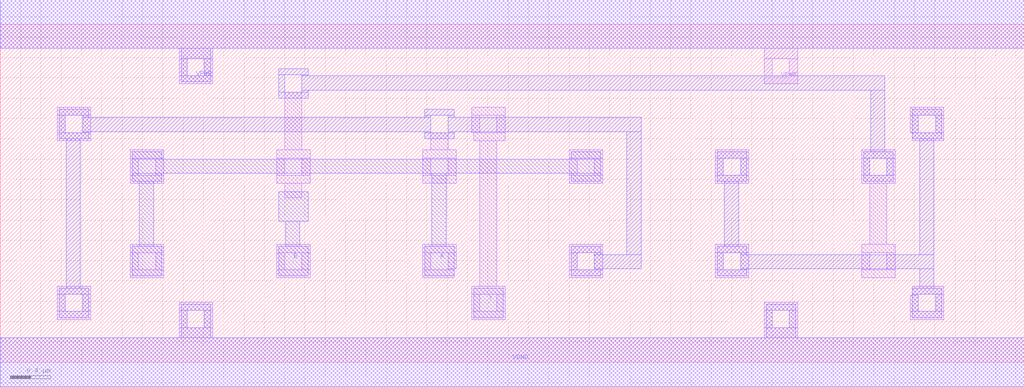
<source format=lef>
VERSION 5.7 ;
  NOWIREEXTENSIONATPIN ON ;
  DIVIDERCHAR "/" ;
  BUSBITCHARS "[]" ;
MACRO XOR2X1
  CLASS CORE ;
  FOREIGN XOR2X1 ;
  ORIGIN 0.000 0.000 ;
  SIZE 10.080 BY 3.330 ;
  SYMMETRY X Y R90 ;
  SITE unit ;
  PIN VPWR
    DIRECTION INOUT ;
    USE POWER ;
    SHAPE ABUTMENT ;
    PORT
      LAYER met1 ;
        RECT 0.000 3.090 10.080 3.570 ;
        RECT 1.780 2.990 2.070 3.090 ;
        RECT 1.780 2.820 1.840 2.990 ;
        RECT 2.010 2.820 2.070 2.990 ;
        RECT 1.780 2.760 2.070 2.820 ;
    END
    PORT
      LAYER li1 ;
        RECT 0.000 3.090 10.080 3.570 ;
        RECT 1.760 2.990 2.090 3.090 ;
        RECT 1.760 2.820 1.840 2.990 ;
        RECT 2.010 2.820 2.090 2.990 ;
        RECT 1.760 2.740 2.090 2.820 ;
        RECT 7.520 2.990 7.850 3.090 ;
        RECT 7.520 2.820 7.600 2.990 ;
        RECT 7.770 2.820 7.850 2.990 ;
        RECT 7.520 2.740 7.850 2.820 ;
    END
  END VPWR
  PIN VGND
    DIRECTION INOUT ;
    USE GROUND ;
    SHAPE ABUTMENT ;
    PORT
      LAYER met1 ;
        RECT 1.780 0.510 2.070 0.570 ;
        RECT 1.780 0.340 1.840 0.510 ;
        RECT 2.010 0.340 2.070 0.510 ;
        RECT 1.780 0.240 2.070 0.340 ;
        RECT 7.540 0.510 7.830 0.570 ;
        RECT 7.540 0.340 7.600 0.510 ;
        RECT 7.770 0.340 7.830 0.510 ;
        RECT 7.540 0.240 7.830 0.340 ;
        RECT 0.000 -0.240 10.080 0.240 ;
    END
    PORT
      LAYER li1 ;
        RECT 1.760 0.510 2.090 0.590 ;
        RECT 1.760 0.340 1.840 0.510 ;
        RECT 2.010 0.340 2.090 0.510 ;
        RECT 1.760 0.240 2.090 0.340 ;
        RECT 7.520 0.510 7.850 0.590 ;
        RECT 7.520 0.340 7.600 0.510 ;
        RECT 7.770 0.340 7.850 0.510 ;
        RECT 7.520 0.240 7.850 0.340 ;
        RECT 0.000 -0.240 10.080 0.240 ;
    END
  END VGND
  PIN Y
    DIRECTION INOUT ;
    USE SIGNAL ;
    SHAPE ABUTMENT ;
    PORT
      LAYER met1 ;
        RECT 4.660 0.440 4.950 0.730 ;
    END
  END Y
  PIN A
    DIRECTION INOUT ;
    USE SIGNAL ;
    SHAPE ABUTMENT ;
    PORT
      LAYER met1 ;
        RECT 1.300 2.000 1.590 2.070 ;
        RECT 5.620 2.000 5.910 2.070 ;
        RECT 1.300 1.860 5.910 2.000 ;
        RECT 1.300 1.780 1.590 1.860 ;
        RECT 1.370 1.140 1.510 1.780 ;
        RECT 4.250 1.140 4.390 1.860 ;
        RECT 5.620 1.780 5.910 1.860 ;
        RECT 1.300 0.850 1.590 1.140 ;
        RECT 4.180 0.850 4.470 1.140 ;
    END
  END A
  PIN B
    DIRECTION INOUT ;
    USE SIGNAL ;
    SHAPE ABUTMENT ;
    PORT
      LAYER met1 ;
        RECT 2.740 1.390 3.030 1.680 ;
        RECT 2.810 1.140 2.950 1.390 ;
        RECT 2.740 0.850 3.030 1.140 ;
    END
  END B
  OBS
      LAYER li1 ;
        RECT 0.560 2.430 0.890 2.510 ;
        RECT 0.560 2.260 0.640 2.430 ;
        RECT 0.810 2.260 0.890 2.430 ;
        RECT 0.560 2.180 0.890 2.260 ;
        RECT 2.800 2.090 2.970 2.660 ;
        RECT 4.640 2.430 4.970 2.510 ;
        RECT 4.640 2.260 4.720 2.430 ;
        RECT 4.890 2.260 4.970 2.430 ;
        RECT 8.960 2.430 9.290 2.510 ;
        RECT 8.960 2.260 9.040 2.430 ;
        RECT 9.210 2.260 9.290 2.430 ;
        RECT 4.240 2.090 4.410 2.260 ;
        RECT 4.660 2.180 4.970 2.260 ;
        RECT 8.980 2.180 9.290 2.260 ;
        RECT 1.280 2.010 1.610 2.090 ;
        RECT 1.280 1.840 1.360 2.010 ;
        RECT 1.530 1.840 1.610 2.010 ;
        RECT 1.280 1.760 1.610 1.840 ;
        RECT 2.720 2.010 3.050 2.090 ;
        RECT 2.720 1.840 2.800 2.010 ;
        RECT 2.970 1.840 3.050 2.010 ;
        RECT 2.720 1.760 3.050 1.840 ;
        RECT 4.160 2.010 4.490 2.090 ;
        RECT 4.160 1.840 4.240 2.010 ;
        RECT 4.410 1.840 4.490 2.010 ;
        RECT 4.160 1.760 4.490 1.840 ;
        RECT 2.800 1.620 2.970 1.760 ;
        RECT 1.280 1.080 1.610 1.160 ;
        RECT 1.280 0.910 1.360 1.080 ;
        RECT 1.530 0.910 1.610 1.080 ;
        RECT 1.280 0.830 1.610 0.910 ;
        RECT 2.720 1.080 3.050 1.160 ;
        RECT 2.720 0.910 2.800 1.080 ;
        RECT 2.970 0.910 3.050 1.080 ;
        RECT 2.720 0.830 3.050 0.910 ;
        RECT 4.160 1.080 4.490 1.160 ;
        RECT 4.160 0.910 4.240 1.080 ;
        RECT 4.410 0.920 4.490 1.080 ;
        RECT 4.410 0.910 4.470 0.920 ;
        RECT 4.160 0.830 4.470 0.910 ;
        RECT 4.720 0.750 4.890 2.180 ;
        RECT 5.600 2.010 5.930 2.090 ;
        RECT 5.600 1.840 5.680 2.010 ;
        RECT 5.850 1.840 5.930 2.010 ;
        RECT 5.600 1.760 5.930 1.840 ;
        RECT 7.040 2.010 7.370 2.090 ;
        RECT 7.040 1.840 7.120 2.010 ;
        RECT 7.290 1.840 7.370 2.010 ;
        RECT 7.040 1.760 7.370 1.840 ;
        RECT 8.480 2.010 8.810 2.090 ;
        RECT 8.480 1.840 8.560 2.010 ;
        RECT 8.730 1.840 8.810 2.010 ;
        RECT 8.480 1.760 8.810 1.840 ;
        RECT 8.560 1.160 8.730 1.760 ;
        RECT 5.600 1.080 5.930 1.160 ;
        RECT 5.600 0.910 5.680 1.080 ;
        RECT 5.850 0.910 5.930 1.080 ;
        RECT 5.600 0.830 5.930 0.910 ;
        RECT 7.040 1.080 7.370 1.160 ;
        RECT 7.040 0.910 7.120 1.080 ;
        RECT 7.290 0.910 7.370 1.080 ;
        RECT 7.040 0.830 7.370 0.910 ;
        RECT 8.480 1.080 8.810 1.160 ;
        RECT 8.480 0.910 8.560 1.080 ;
        RECT 8.730 0.910 8.810 1.080 ;
        RECT 8.480 0.830 8.810 0.910 ;
        RECT 0.560 0.670 0.890 0.750 ;
        RECT 0.560 0.500 0.640 0.670 ;
        RECT 0.810 0.500 0.890 0.670 ;
        RECT 0.560 0.420 0.890 0.500 ;
        RECT 4.640 0.670 4.970 0.750 ;
        RECT 4.640 0.500 4.720 0.670 ;
        RECT 4.890 0.500 4.970 0.670 ;
        RECT 8.980 0.670 9.290 0.750 ;
        RECT 8.980 0.660 9.040 0.670 ;
        RECT 4.640 0.420 4.970 0.500 ;
        RECT 8.960 0.500 9.040 0.660 ;
        RECT 9.210 0.500 9.290 0.670 ;
        RECT 8.960 0.420 9.290 0.500 ;
      LAYER met1 ;
        RECT 2.740 2.830 3.030 2.890 ;
        RECT 2.740 2.660 2.800 2.830 ;
        RECT 2.970 2.820 3.030 2.830 ;
        RECT 2.970 2.680 8.710 2.820 ;
        RECT 2.970 2.660 3.030 2.680 ;
        RECT 2.740 2.600 3.030 2.660 ;
        RECT 0.580 2.430 0.870 2.490 ;
        RECT 0.580 2.260 0.640 2.430 ;
        RECT 0.810 2.410 0.870 2.430 ;
        RECT 4.180 2.430 4.470 2.490 ;
        RECT 4.180 2.410 4.240 2.430 ;
        RECT 0.810 2.270 4.240 2.410 ;
        RECT 0.810 2.260 0.870 2.270 ;
        RECT 0.580 2.200 0.870 2.260 ;
        RECT 4.180 2.260 4.240 2.270 ;
        RECT 4.410 2.410 4.470 2.430 ;
        RECT 4.410 2.270 6.310 2.410 ;
        RECT 4.410 2.260 4.470 2.270 ;
        RECT 4.180 2.200 4.470 2.260 ;
        RECT 0.650 0.730 0.790 2.200 ;
        RECT 5.620 1.080 5.910 1.140 ;
        RECT 5.620 0.910 5.680 1.080 ;
        RECT 5.850 1.060 5.910 1.080 ;
        RECT 6.170 1.060 6.310 2.270 ;
        RECT 8.570 2.070 8.710 2.680 ;
        RECT 8.980 2.430 9.270 2.490 ;
        RECT 8.980 2.260 9.040 2.430 ;
        RECT 9.210 2.260 9.270 2.430 ;
        RECT 8.980 2.200 9.270 2.260 ;
        RECT 7.060 2.010 7.350 2.070 ;
        RECT 7.060 1.840 7.120 2.010 ;
        RECT 7.290 1.840 7.350 2.010 ;
        RECT 7.060 1.780 7.350 1.840 ;
        RECT 8.500 2.010 8.790 2.070 ;
        RECT 8.500 1.840 8.560 2.010 ;
        RECT 8.730 1.840 8.790 2.010 ;
        RECT 8.500 1.780 8.790 1.840 ;
        RECT 7.130 1.140 7.270 1.780 ;
        RECT 5.850 0.920 6.310 1.060 ;
        RECT 7.060 1.080 7.350 1.140 ;
        RECT 5.850 0.910 5.910 0.920 ;
        RECT 5.620 0.850 5.910 0.910 ;
        RECT 7.060 0.910 7.120 1.080 ;
        RECT 7.290 1.060 7.350 1.080 ;
        RECT 9.050 1.060 9.190 2.200 ;
        RECT 7.290 0.920 9.190 1.060 ;
        RECT 7.290 0.910 7.350 0.920 ;
        RECT 7.060 0.850 7.350 0.910 ;
        RECT 9.050 0.730 9.190 0.920 ;
        RECT 0.580 0.670 0.870 0.730 ;
        RECT 0.580 0.500 0.640 0.670 ;
        RECT 0.810 0.500 0.870 0.670 ;
        RECT 0.580 0.440 0.870 0.500 ;
        RECT 8.980 0.670 9.270 0.730 ;
        RECT 8.980 0.500 9.040 0.670 ;
        RECT 9.210 0.500 9.270 0.670 ;
        RECT 8.980 0.440 9.270 0.500 ;
  END
END XOR2X1
END LIBRARY


</source>
